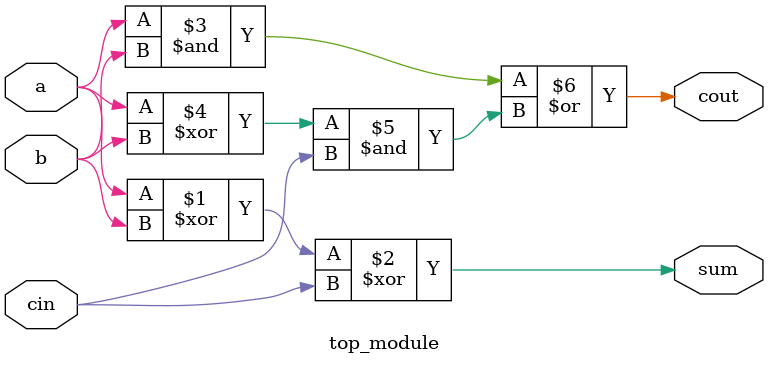
<source format=sv>
module top_module (
    input a,
    input b,
    input cin,
    output cout,
    output sum
);
    
    assign sum = a ^ b ^ cin;
    assign cout = (a & b) | ((a ^ b) & cin);

endmodule

</source>
